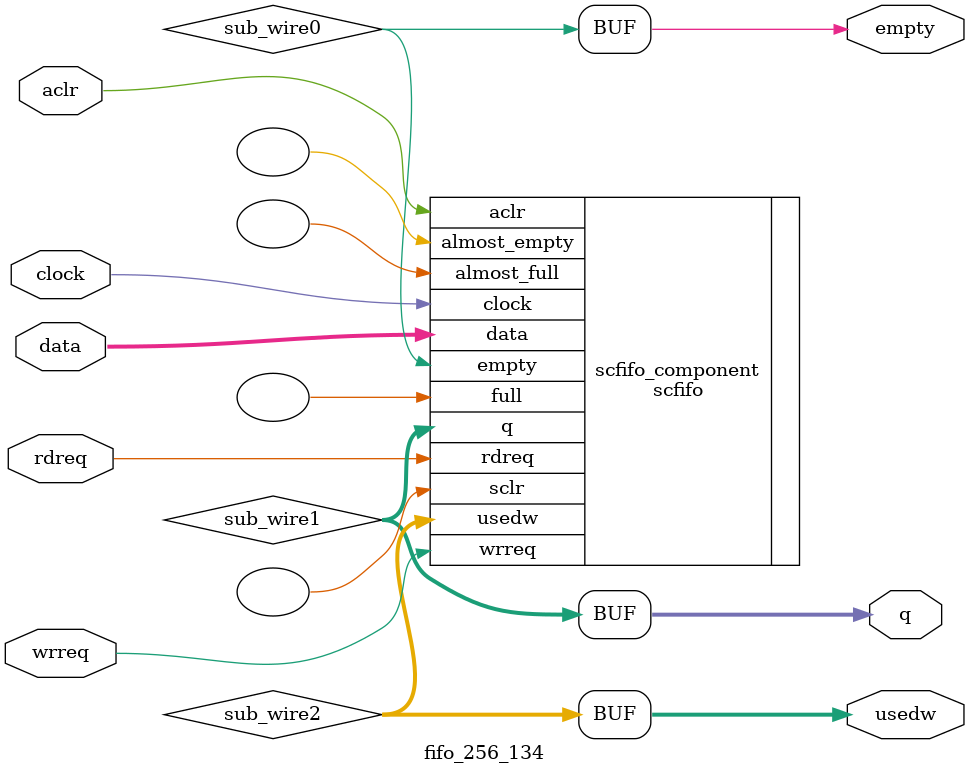
<source format=v>
module fifo_256_134 (
	aclr,
	clock,
	data,
	rdreq,
	wrreq,
	empty,
	q,
	usedw);
	input	  aclr;
	input	  clock;
	input	[133:0]  data;
	input	  rdreq;
	input	  wrreq;
	output	  empty;
	output	[133:0]  q;
	output	[7:0]  usedw;
	wire  sub_wire0;
	wire [133:0] sub_wire1;
	wire [7:0] sub_wire2;
	wire  empty = sub_wire0;
	wire [133:0] q = sub_wire1[133:0];
	wire [7:0] usedw = sub_wire2[7:0];
	scfifo	scfifo_component (
				.aclr (aclr),
				.clock (clock),
				.data (data),
				.rdreq (rdreq),
				.wrreq (wrreq),
				.empty (sub_wire0),
				.q (sub_wire1),
				.usedw (sub_wire2),
				.almost_empty (),
				.almost_full (),
				.full (),
				.sclr ());
	defparam
		scfifo_component.add_ram_output_register = "ON",
		scfifo_component.intended_device_family = "Stratix V",
		scfifo_component.lpm_numwords = 256,
		scfifo_component.lpm_showahead = "ON",
		scfifo_component.lpm_type = "scfifo",
		scfifo_component.lpm_width = 134,
		scfifo_component.lpm_widthu = 8,
		scfifo_component.overflow_checking = "OFF",
		scfifo_component.underflow_checking = "OFF",
		scfifo_component.use_eab = "ON";
endmodule
</source>
